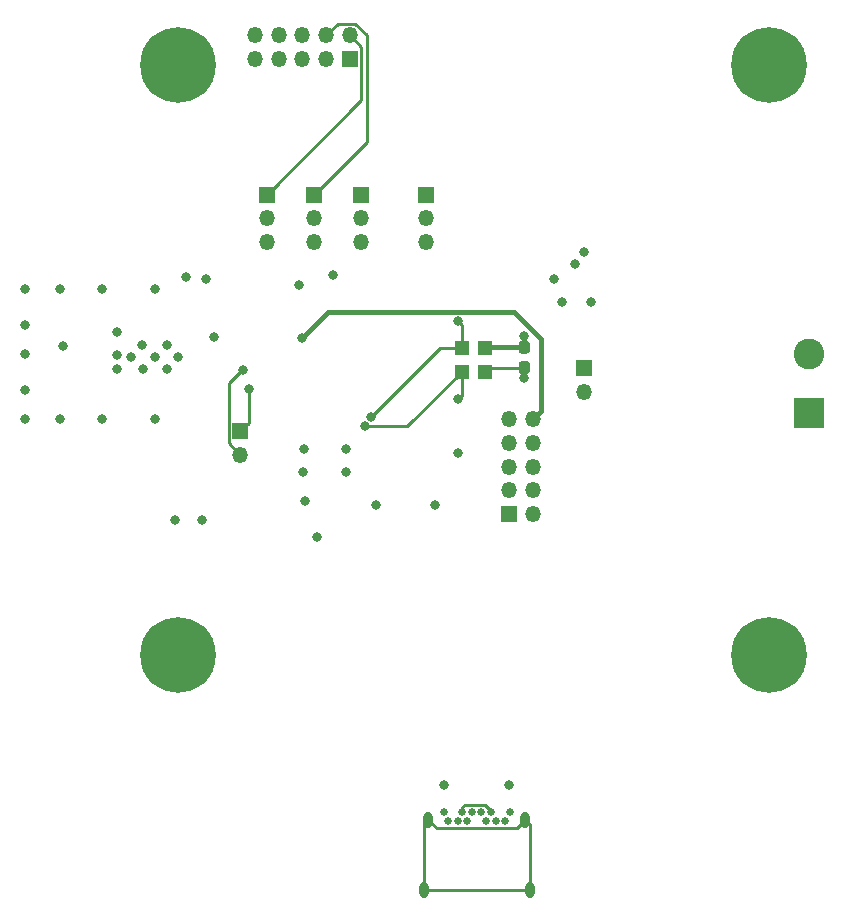
<source format=gbr>
%TF.GenerationSoftware,KiCad,Pcbnew,(5.1.10)-1*%
%TF.CreationDate,2021-07-04T14:07:10+01:00*%
%TF.ProjectId,Abhoinn_IoT_V2,4162686f-696e-46e5-9f49-6f545f56322e,rev?*%
%TF.SameCoordinates,Original*%
%TF.FileFunction,Copper,L4,Bot*%
%TF.FilePolarity,Positive*%
%FSLAX46Y46*%
G04 Gerber Fmt 4.6, Leading zero omitted, Abs format (unit mm)*
G04 Created by KiCad (PCBNEW (5.1.10)-1) date 2021-07-04 14:07:10*
%MOMM*%
%LPD*%
G01*
G04 APERTURE LIST*
%TA.AperFunction,ComponentPad*%
%ADD10C,0.650000*%
%TD*%
%TA.AperFunction,ComponentPad*%
%ADD11O,0.800000X1.400000*%
%TD*%
%TA.AperFunction,ComponentPad*%
%ADD12O,1.350000X1.350000*%
%TD*%
%TA.AperFunction,ComponentPad*%
%ADD13R,1.350000X1.350000*%
%TD*%
%TA.AperFunction,ComponentPad*%
%ADD14C,2.600000*%
%TD*%
%TA.AperFunction,ComponentPad*%
%ADD15R,2.600000X2.600000*%
%TD*%
%TA.AperFunction,SMDPad,CuDef*%
%ADD16R,1.300000X1.300000*%
%TD*%
%TA.AperFunction,ComponentPad*%
%ADD17C,0.800000*%
%TD*%
%TA.AperFunction,ComponentPad*%
%ADD18C,6.400000*%
%TD*%
%TA.AperFunction,ViaPad*%
%ADD19C,0.800000*%
%TD*%
%TA.AperFunction,Conductor*%
%ADD20C,0.250000*%
%TD*%
%TA.AperFunction,Conductor*%
%ADD21C,0.450000*%
%TD*%
%TA.AperFunction,Conductor*%
%ADD22C,0.400000*%
%TD*%
G04 APERTURE END LIST*
D10*
%TO.P,P1,B11*%
%TO.N,N/C*%
X154350000Y-119490000D03*
%TO.P,P1,B10*%
X155150000Y-119490000D03*
%TO.P,P1,B8*%
X155950000Y-119490000D03*
%TO.P,P1,B5*%
%TO.N,+5V*%
X157550000Y-119490000D03*
%TO.P,P1,B3*%
%TO.N,N/C*%
X158350000Y-119490000D03*
%TO.P,P1,B2*%
X159150000Y-119490000D03*
%TO.P,P1,B12*%
%TO.N,GND*%
X153950000Y-118790000D03*
%TO.P,P1,B9*%
%TO.N,Net-(P1-PadA4)*%
X155550000Y-118790000D03*
%TO.P,P1,B7*%
%TO.N,N/C*%
X156350000Y-118790000D03*
%TO.P,P1,B6*%
X157150000Y-118790000D03*
%TO.P,P1,B4*%
%TO.N,Net-(P1-PadA4)*%
X157950000Y-118790000D03*
%TO.P,P1,B1*%
%TO.N,GND*%
X159550000Y-118790000D03*
D11*
%TO.P,P1,S1*%
%TO.N,Net-(P1-PadS1)*%
X152260000Y-125340000D03*
X161240000Y-125340000D03*
X160880000Y-119390000D03*
X152620000Y-119390000D03*
%TD*%
D12*
%TO.P,JP4,3*%
%TO.N,GND*%
X152500000Y-70500000D03*
%TO.P,JP4,2*%
%TO.N,Net-(D4-Pad2)*%
X152500000Y-68500000D03*
D13*
%TO.P,JP4,1*%
%TO.N,+3V3*%
X152500000Y-66500000D03*
%TD*%
D12*
%TO.P,JP3,3*%
%TO.N,GND*%
X147000000Y-70500000D03*
%TO.P,JP3,2*%
%TO.N,DBG_EN*%
X147000000Y-68500000D03*
D13*
%TO.P,JP3,1*%
%TO.N,+3V3*%
X147000000Y-66500000D03*
%TD*%
D12*
%TO.P,JP2,3*%
%TO.N,LED_RX*%
X139000000Y-70500000D03*
%TO.P,JP2,2*%
%TO.N,RX_LED+DBG_DATA*%
X139000000Y-68500000D03*
D13*
%TO.P,JP2,1*%
%TO.N,TS_DBG_DATA*%
X139000000Y-66500000D03*
%TD*%
D12*
%TO.P,JP1,3*%
%TO.N,LED_TX*%
X143000000Y-70500000D03*
%TO.P,JP1,2*%
%TO.N,TX_LED+DBG_CLK*%
X143000000Y-68500000D03*
D13*
%TO.P,JP1,1*%
%TO.N,TS_DBG_CLK*%
X143000000Y-66500000D03*
%TD*%
D14*
%TO.P,J6,2*%
%TO.N,GND*%
X184870000Y-79980000D03*
D15*
%TO.P,J6,1*%
%TO.N,+5V*%
X184870000Y-84980000D03*
%TD*%
D12*
%TO.P,J4,10*%
%TO.N,RESET_N*%
X138000000Y-53000000D03*
%TO.P,J4,9*%
%TO.N,GND*%
X138000000Y-55000000D03*
%TO.P,J4,8*%
%TO.N,Net-(J4-Pad8)*%
X140000000Y-53000000D03*
%TO.P,J4,7*%
%TO.N,Net-(J4-Pad7)*%
X140000000Y-55000000D03*
%TO.P,J4,6*%
%TO.N,Net-(J4-Pad6)*%
X142000000Y-53000000D03*
%TO.P,J4,5*%
%TO.N,GND*%
X142000000Y-55000000D03*
%TO.P,J4,4*%
%TO.N,TS_DBG_CLK*%
X144000000Y-53000000D03*
%TO.P,J4,3*%
%TO.N,GND*%
X144000000Y-55000000D03*
%TO.P,J4,2*%
%TO.N,TS_DBG_DATA*%
X146000000Y-53000000D03*
D13*
%TO.P,J4,1*%
%TO.N,+3V3*%
X146000000Y-55000000D03*
%TD*%
D12*
%TO.P,J3,10*%
%TO.N,NRST*%
X161500000Y-85500000D03*
%TO.P,J3,9*%
%TO.N,GND*%
X159500000Y-85500000D03*
%TO.P,J3,8*%
%TO.N,Net-(J3-Pad8)*%
X161500000Y-87500000D03*
%TO.P,J3,7*%
%TO.N,Net-(J3-Pad7)*%
X159500000Y-87500000D03*
%TO.P,J3,6*%
%TO.N,Net-(J3-Pad6)*%
X161500000Y-89500000D03*
%TO.P,J3,5*%
%TO.N,GND*%
X159500000Y-89500000D03*
%TO.P,J3,4*%
%TO.N,SWCLK*%
X161500000Y-91500000D03*
%TO.P,J3,3*%
%TO.N,GND*%
X159500000Y-91500000D03*
%TO.P,J3,2*%
%TO.N,SWDIO*%
X161500000Y-93500000D03*
D13*
%TO.P,J3,1*%
%TO.N,+3V3*%
X159500000Y-93500000D03*
%TD*%
D12*
%TO.P,J2,2*%
%TO.N,LPUART1_TX*%
X136750000Y-88500000D03*
D13*
%TO.P,J2,1*%
%TO.N,LPUART1_RX*%
X136750000Y-86500000D03*
%TD*%
D12*
%TO.P,J1,2*%
%TO.N,GND*%
X165820000Y-83170000D03*
D13*
%TO.P,J1,1*%
%TO.N,+3V3*%
X165820000Y-81170000D03*
%TD*%
D16*
%TO.P,IC2,4*%
%TO.N,PRESSURE_SDA*%
X155500000Y-79500000D03*
%TO.P,IC2,3*%
%TO.N,PRESSURE_SCL*%
X155500000Y-81500000D03*
%TO.P,IC2,2*%
%TO.N,GND*%
X157500000Y-81500000D03*
%TO.P,IC2,1*%
%TO.N,+3V3*%
X157500000Y-79500000D03*
%TD*%
D17*
%TO.P,H4,1*%
%TO.N,GND*%
X133197056Y-53802944D03*
X131500000Y-53100000D03*
X129802944Y-53802944D03*
X129100000Y-55500000D03*
X129802944Y-57197056D03*
X131500000Y-57900000D03*
X133197056Y-57197056D03*
X133900000Y-55500000D03*
D18*
X131500000Y-55500000D03*
%TD*%
D17*
%TO.P,H3,1*%
%TO.N,GND*%
X133197056Y-103802944D03*
X131500000Y-103100000D03*
X129802944Y-103802944D03*
X129100000Y-105500000D03*
X129802944Y-107197056D03*
X131500000Y-107900000D03*
X133197056Y-107197056D03*
X133900000Y-105500000D03*
D18*
X131500000Y-105500000D03*
%TD*%
D17*
%TO.P,H2,1*%
%TO.N,GND*%
X183197056Y-103802944D03*
X181500000Y-103100000D03*
X179802944Y-103802944D03*
X179100000Y-105500000D03*
X179802944Y-107197056D03*
X181500000Y-107900000D03*
X183197056Y-107197056D03*
X183900000Y-105500000D03*
D18*
X181500000Y-105500000D03*
%TD*%
D17*
%TO.P,H1,1*%
%TO.N,GND*%
X183197056Y-53802944D03*
X181500000Y-53100000D03*
X179802944Y-53802944D03*
X179100000Y-55500000D03*
X179802944Y-57197056D03*
X181500000Y-57900000D03*
X183197056Y-57197056D03*
X183900000Y-55500000D03*
D18*
X181500000Y-55500000D03*
%TD*%
%TO.P,C9,2*%
%TO.N,GND*%
%TA.AperFunction,SMDPad,CuDef*%
G36*
G01*
X160544500Y-80589000D02*
X161019500Y-80589000D01*
G75*
G02*
X161257000Y-80826500I0J-237500D01*
G01*
X161257000Y-81426500D01*
G75*
G02*
X161019500Y-81664000I-237500J0D01*
G01*
X160544500Y-81664000D01*
G75*
G02*
X160307000Y-81426500I0J237500D01*
G01*
X160307000Y-80826500D01*
G75*
G02*
X160544500Y-80589000I237500J0D01*
G01*
G37*
%TD.AperFunction*%
%TO.P,C9,1*%
%TO.N,+3V3*%
%TA.AperFunction,SMDPad,CuDef*%
G36*
G01*
X160544500Y-78864000D02*
X161019500Y-78864000D01*
G75*
G02*
X161257000Y-79101500I0J-237500D01*
G01*
X161257000Y-79701500D01*
G75*
G02*
X161019500Y-79939000I-237500J0D01*
G01*
X160544500Y-79939000D01*
G75*
G02*
X160307000Y-79701500I0J237500D01*
G01*
X160307000Y-79101500D01*
G75*
G02*
X160544500Y-78864000I237500J0D01*
G01*
G37*
%TD.AperFunction*%
%TD*%
D19*
%TO.N,GND*%
X142240000Y-92456000D03*
X142070000Y-90000000D03*
X142102000Y-88000000D03*
X132137500Y-73463500D03*
X160782000Y-82042000D03*
X163322000Y-73660000D03*
X165100000Y-72390000D03*
X165862000Y-71374000D03*
X144626500Y-73326500D03*
X134500000Y-78500000D03*
X133500000Y-94000000D03*
X131250000Y-94000000D03*
X121718600Y-79308220D03*
X127500000Y-80250000D03*
X129500000Y-80250000D03*
X131500000Y-80250000D03*
X130550000Y-79250000D03*
X128450000Y-79250000D03*
X128500000Y-81250000D03*
X130500000Y-81250000D03*
X126325000Y-78075000D03*
X126300000Y-80050000D03*
X126275000Y-81225000D03*
X129500000Y-74500000D03*
X129500000Y-85500000D03*
X118500000Y-85500000D03*
X118500000Y-74500000D03*
X118500000Y-80000000D03*
X118500000Y-77500000D03*
X118500000Y-83000000D03*
X121500000Y-85500000D03*
X125000000Y-85500000D03*
X125000000Y-74500000D03*
X121500000Y-74500000D03*
X159500000Y-116500000D03*
X154000000Y-116500000D03*
%TO.N,+3V3*%
X141732000Y-74168000D03*
X145680000Y-88000000D03*
X145712000Y-90000000D03*
X143256000Y-95504000D03*
X155194000Y-88392000D03*
X160782000Y-78486000D03*
X166449500Y-75612500D03*
X164000000Y-75600000D03*
X133862500Y-73637500D03*
%TO.N,LPUART1_TX*%
X136940000Y-81320000D03*
%TO.N,LPUART1_RX*%
X137460000Y-82920000D03*
%TO.N,PRESSURE_SDA*%
X155194000Y-77216000D03*
X147828000Y-85344000D03*
%TO.N,PRESSURE_SCL*%
X155194000Y-83820000D03*
X147320000Y-86106000D03*
%TO.N,NRST*%
X141932660Y-78610460D03*
%TO.N,Net-(U2-Pad5)*%
X153250000Y-92750000D03*
%TO.N,Net-(U2-Pad2)*%
X148250000Y-92750000D03*
%TD*%
D20*
%TO.N,GND*%
X157873500Y-81126500D02*
X157500000Y-81500000D01*
X160782000Y-81126500D02*
X157873500Y-81126500D01*
X160782000Y-81126500D02*
X160782000Y-82042000D01*
X160782000Y-82042000D02*
X160782000Y-82042000D01*
D21*
%TO.N,+3V3*%
X157598500Y-79401500D02*
X157500000Y-79500000D01*
X160782000Y-79401500D02*
X157598500Y-79401500D01*
X160782000Y-79401500D02*
X160782000Y-78486000D01*
X160782000Y-78486000D02*
X160782000Y-78486000D01*
D20*
%TO.N,LPUART1_TX*%
X136940000Y-81320000D02*
X136900000Y-81320000D01*
X135749999Y-87499999D02*
X136750000Y-88500000D01*
X135749999Y-82470001D02*
X135749999Y-87499999D01*
X136900000Y-81320000D02*
X135749999Y-82470001D01*
%TO.N,LPUART1_RX*%
X137460000Y-85790000D02*
X136750000Y-86500000D01*
X137460000Y-82920000D02*
X137460000Y-85790000D01*
%TO.N,PRESSURE_SDA*%
X155500000Y-77522000D02*
X155194000Y-77216000D01*
X155500000Y-79500000D02*
X155500000Y-77522000D01*
X155500000Y-79500000D02*
X153672000Y-79500000D01*
X153672000Y-79500000D02*
X147828000Y-85344000D01*
X147828000Y-85344000D02*
X147828000Y-85344000D01*
%TO.N,PRESSURE_SCL*%
X155500000Y-83514000D02*
X155194000Y-83820000D01*
X155500000Y-81500000D02*
X155500000Y-83514000D01*
X155500000Y-81500000D02*
X150894000Y-86106000D01*
X150894000Y-86106000D02*
X147320000Y-86106000D01*
X147320000Y-86106000D02*
X147320000Y-86106000D01*
D22*
%TO.N,NRST*%
X144127121Y-76415999D02*
X141932660Y-78610460D01*
X159896001Y-76415999D02*
X144127121Y-76415999D01*
X162174999Y-78694997D02*
X159896001Y-76415999D01*
X162174999Y-84825001D02*
X162174999Y-78694997D01*
X161500000Y-85500000D02*
X162174999Y-84825001D01*
D20*
%TO.N,TS_DBG_CLK*%
X147450010Y-52970008D02*
X147450010Y-62049990D01*
X147450010Y-62049990D02*
X143000000Y-66500000D01*
X146480001Y-51999999D02*
X147450010Y-52970008D01*
X145000001Y-51999999D02*
X146480001Y-51999999D01*
X144000000Y-53000000D02*
X145000001Y-51999999D01*
%TO.N,TS_DBG_DATA*%
X147000001Y-54000001D02*
X146000000Y-53000000D01*
X147000001Y-58499999D02*
X147000001Y-54000001D01*
X139000000Y-66500000D02*
X147000001Y-58499999D01*
%TO.N,Net-(P1-PadA4)*%
X157950000Y-118627998D02*
X157950000Y-118790000D01*
X157462001Y-118139999D02*
X157950000Y-118627998D01*
X155740382Y-118139999D02*
X157462001Y-118139999D01*
X155550000Y-118330381D02*
X155740382Y-118139999D01*
X155550000Y-118790000D02*
X155550000Y-118330381D01*
%TO.N,Net-(P1-PadS1)*%
X160129999Y-120140001D02*
X160880000Y-119390000D01*
X153370001Y-120140001D02*
X160129999Y-120140001D01*
X152620000Y-119390000D02*
X153370001Y-120140001D01*
X152260000Y-125340000D02*
X161240000Y-125340000D01*
X161240000Y-119750000D02*
X160880000Y-119390000D01*
X161240000Y-125340000D02*
X161240000Y-119750000D01*
X152260000Y-119750000D02*
X152620000Y-119390000D01*
X152260000Y-125340000D02*
X152260000Y-119750000D01*
%TD*%
M02*

</source>
